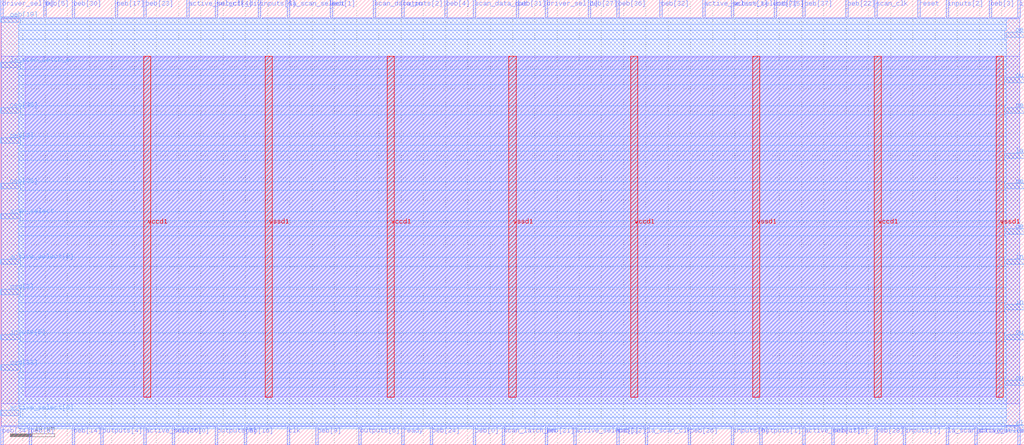
<source format=lef>
VERSION 5.7 ;
  NOWIREEXTENSIONATPIN ON ;
  DIVIDERCHAR "/" ;
  BUSBITCHARS "[]" ;
MACRO scan_controller
  CLASS BLOCK ;
  FOREIGN scan_controller ;
  ORIGIN 0.000 0.000 ;
  SIZE 230.000 BY 100.000 ;
  PIN active_select[0]
    DIRECTION INPUT ;
    USE SIGNAL ;
    PORT
      LAYER met2 ;
        RECT 32.150 0.000 32.710 4.000 ;
    END
  END active_select[0]
  PIN active_select[1]
    DIRECTION INPUT ;
    USE SIGNAL ;
    PORT
      LAYER met2 ;
        RECT 157.730 96.000 158.290 100.000 ;
    END
  END active_select[1]
  PIN active_select[2]
    DIRECTION INPUT ;
    USE SIGNAL ;
    PORT
      LAYER met2 ;
        RECT 218.910 0.000 219.470 4.000 ;
    END
  END active_select[2]
  PIN active_select[3]
    DIRECTION INPUT ;
    USE SIGNAL ;
    PORT
      LAYER met2 ;
        RECT 128.750 0.000 129.310 4.000 ;
    END
  END active_select[3]
  PIN active_select[4]
    DIRECTION INPUT ;
    USE SIGNAL ;
    PORT
      LAYER met2 ;
        RECT 41.810 96.000 42.370 100.000 ;
    END
  END active_select[4]
  PIN active_select[5]
    DIRECTION INPUT ;
    USE SIGNAL ;
    PORT
      LAYER met2 ;
        RECT 180.270 0.000 180.830 4.000 ;
    END
  END active_select[5]
  PIN active_select[6]
    DIRECTION INPUT ;
    USE SIGNAL ;
    PORT
      LAYER met3 ;
        RECT 0.000 6.540 4.000 7.740 ;
    END
  END active_select[6]
  PIN active_select[7]
    DIRECTION INPUT ;
    USE SIGNAL ;
    PORT
      LAYER met2 ;
        RECT 164.170 96.000 164.730 100.000 ;
    END
  END active_select[7]
  PIN active_select[8]
    DIRECTION INPUT ;
    USE SIGNAL ;
    PORT
      LAYER met3 ;
        RECT 0.000 40.540 4.000 41.740 ;
    END
  END active_select[8]
  PIN clk
    DIRECTION INPUT ;
    USE SIGNAL ;
    PORT
      LAYER met2 ;
        RECT 64.350 0.000 64.910 4.000 ;
    END
  END clk
  PIN driver_sel[0]
    DIRECTION INPUT ;
    USE SIGNAL ;
    PORT
      LAYER met2 ;
        RECT -0.050 96.000 0.510 100.000 ;
    END
  END driver_sel[0]
  PIN driver_sel[1]
    DIRECTION INPUT ;
    USE SIGNAL ;
    PORT
      LAYER met2 ;
        RECT 122.310 96.000 122.870 100.000 ;
    END
  END driver_sel[1]
  PIN inputs[0]
    DIRECTION INPUT ;
    USE SIGNAL ;
    PORT
      LAYER met2 ;
        RECT 164.170 0.000 164.730 4.000 ;
    END
  END inputs[0]
  PIN inputs[1]
    DIRECTION INPUT ;
    USE SIGNAL ;
    PORT
      LAYER met2 ;
        RECT 202.810 0.000 203.370 4.000 ;
    END
  END inputs[1]
  PIN inputs[2]
    DIRECTION INPUT ;
    USE SIGNAL ;
    PORT
      LAYER met2 ;
        RECT 212.470 96.000 213.030 100.000 ;
    END
  END inputs[2]
  PIN inputs[3]
    DIRECTION INPUT ;
    USE SIGNAL ;
    PORT
      LAYER met2 ;
        RECT 228.570 96.000 229.130 100.000 ;
    END
  END inputs[3]
  PIN inputs[4]
    DIRECTION INPUT ;
    USE SIGNAL ;
    PORT
      LAYER met3 ;
        RECT 226.000 30.340 230.000 31.540 ;
    END
  END inputs[4]
  PIN inputs[5]
    DIRECTION INPUT ;
    USE SIGNAL ;
    PORT
      LAYER met3 ;
        RECT 0.000 23.540 4.000 24.740 ;
    END
  END inputs[5]
  PIN inputs[6]
    DIRECTION INPUT ;
    USE SIGNAL ;
    PORT
      LAYER met2 ;
        RECT 57.910 96.000 58.470 100.000 ;
    END
  END inputs[6]
  PIN inputs[7]
    DIRECTION INPUT ;
    USE SIGNAL ;
    PORT
      LAYER met3 ;
        RECT 226.000 40.540 230.000 41.740 ;
    END
  END inputs[7]
  PIN la_scan_clk
    DIRECTION INPUT ;
    USE SIGNAL ;
    PORT
      LAYER met2 ;
        RECT 144.850 0.000 145.410 4.000 ;
    END
  END la_scan_clk
  PIN la_scan_data_in
    DIRECTION INPUT ;
    USE SIGNAL ;
    PORT
      LAYER met3 ;
        RECT 226.000 64.340 230.000 65.540 ;
    END
  END la_scan_data_in
  PIN la_scan_data_out
    DIRECTION OUTPUT TRISTATE ;
    USE SIGNAL ;
    PORT
      LAYER met2 ;
        RECT 212.470 0.000 213.030 4.000 ;
    END
  END la_scan_data_out
  PIN la_scan_latch_en
    DIRECTION INPUT ;
    USE SIGNAL ;
    PORT
      LAYER met3 ;
        RECT 0.000 84.740 4.000 85.940 ;
    END
  END la_scan_latch_en
  PIN la_scan_select
    DIRECTION INPUT ;
    USE SIGNAL ;
    PORT
      LAYER met2 ;
        RECT 64.350 96.000 64.910 100.000 ;
    END
  END la_scan_select
  PIN oeb[0]
    DIRECTION OUTPUT TRISTATE ;
    USE SIGNAL ;
    PORT
      LAYER met2 ;
        RECT 106.210 0.000 106.770 4.000 ;
    END
  END oeb[0]
  PIN oeb[10]
    DIRECTION OUTPUT TRISTATE ;
    USE SIGNAL ;
    PORT
      LAYER met3 ;
        RECT 226.000 57.540 230.000 58.740 ;
    END
  END oeb[10]
  PIN oeb[11]
    DIRECTION OUTPUT TRISTATE ;
    USE SIGNAL ;
    PORT
      LAYER met3 ;
        RECT 226.000 74.540 230.000 75.740 ;
    END
  END oeb[11]
  PIN oeb[12]
    DIRECTION OUTPUT TRISTATE ;
    USE SIGNAL ;
    PORT
      LAYER met2 ;
        RECT 138.410 0.000 138.970 4.000 ;
    END
  END oeb[12]
  PIN oeb[13]
    DIRECTION OUTPUT TRISTATE ;
    USE SIGNAL ;
    PORT
      LAYER met2 ;
        RECT 186.710 0.000 187.270 4.000 ;
    END
  END oeb[13]
  PIN oeb[14]
    DIRECTION OUTPUT TRISTATE ;
    USE SIGNAL ;
    PORT
      LAYER met2 ;
        RECT 16.050 0.000 16.610 4.000 ;
    END
  END oeb[14]
  PIN oeb[15]
    DIRECTION OUTPUT TRISTATE ;
    USE SIGNAL ;
    PORT
      LAYER met2 ;
        RECT 173.830 96.000 174.390 100.000 ;
    END
  END oeb[15]
  PIN oeb[16]
    DIRECTION OUTPUT TRISTATE ;
    USE SIGNAL ;
    PORT
      LAYER met2 ;
        RECT 54.690 0.000 55.250 4.000 ;
    END
  END oeb[16]
  PIN oeb[17]
    DIRECTION OUTPUT TRISTATE ;
    USE SIGNAL ;
    PORT
      LAYER met2 ;
        RECT 25.710 96.000 26.270 100.000 ;
    END
  END oeb[17]
  PIN oeb[18]
    DIRECTION OUTPUT TRISTATE ;
    USE SIGNAL ;
    PORT
      LAYER met3 ;
        RECT 226.000 47.340 230.000 48.540 ;
    END
  END oeb[18]
  PIN oeb[19]
    DIRECTION OUTPUT TRISTATE ;
    USE SIGNAL ;
    PORT
      LAYER met3 ;
        RECT 0.000 94.940 4.000 96.140 ;
    END
  END oeb[19]
  PIN oeb[1]
    DIRECTION OUTPUT TRISTATE ;
    USE SIGNAL ;
    PORT
      LAYER met2 ;
        RECT 74.010 96.000 74.570 100.000 ;
    END
  END oeb[1]
  PIN oeb[20]
    DIRECTION OUTPUT TRISTATE ;
    USE SIGNAL ;
    PORT
      LAYER met2 ;
        RECT 38.590 0.000 39.150 4.000 ;
    END
  END oeb[20]
  PIN oeb[21]
    DIRECTION OUTPUT TRISTATE ;
    USE SIGNAL ;
    PORT
      LAYER met2 ;
        RECT 122.310 0.000 122.870 4.000 ;
    END
  END oeb[21]
  PIN oeb[22]
    DIRECTION OUTPUT TRISTATE ;
    USE SIGNAL ;
    PORT
      LAYER met2 ;
        RECT 189.930 96.000 190.490 100.000 ;
    END
  END oeb[22]
  PIN oeb[23]
    DIRECTION OUTPUT TRISTATE ;
    USE SIGNAL ;
    PORT
      LAYER met2 ;
        RECT 32.150 96.000 32.710 100.000 ;
    END
  END oeb[23]
  PIN oeb[24]
    DIRECTION OUTPUT TRISTATE ;
    USE SIGNAL ;
    PORT
      LAYER met2 ;
        RECT 96.550 0.000 97.110 4.000 ;
    END
  END oeb[24]
  PIN oeb[25]
    DIRECTION OUTPUT TRISTATE ;
    USE SIGNAL ;
    PORT
      LAYER met3 ;
        RECT 0.000 57.540 4.000 58.740 ;
    END
  END oeb[25]
  PIN oeb[26]
    DIRECTION OUTPUT TRISTATE ;
    USE SIGNAL ;
    PORT
      LAYER met2 ;
        RECT 154.510 0.000 155.070 4.000 ;
    END
  END oeb[26]
  PIN oeb[27]
    DIRECTION OUTPUT TRISTATE ;
    USE SIGNAL ;
    PORT
      LAYER met2 ;
        RECT 131.970 96.000 132.530 100.000 ;
    END
  END oeb[27]
  PIN oeb[28]
    DIRECTION OUTPUT TRISTATE ;
    USE SIGNAL ;
    PORT
      LAYER met2 ;
        RECT 196.370 0.000 196.930 4.000 ;
    END
  END oeb[28]
  PIN oeb[29]
    DIRECTION OUTPUT TRISTATE ;
    USE SIGNAL ;
    PORT
      LAYER met2 ;
        RECT 228.570 0.000 229.130 4.000 ;
    END
  END oeb[29]
  PIN oeb[2]
    DIRECTION OUTPUT TRISTATE ;
    USE SIGNAL ;
    PORT
      LAYER met3 ;
        RECT 0.000 33.740 4.000 34.940 ;
    END
  END oeb[2]
  PIN oeb[30]
    DIRECTION OUTPUT TRISTATE ;
    USE SIGNAL ;
    PORT
      LAYER met2 ;
        RECT 16.050 96.000 16.610 100.000 ;
    END
  END oeb[30]
  PIN oeb[31]
    DIRECTION OUTPUT TRISTATE ;
    USE SIGNAL ;
    PORT
      LAYER met2 ;
        RECT 115.870 96.000 116.430 100.000 ;
    END
  END oeb[31]
  PIN oeb[32]
    DIRECTION OUTPUT TRISTATE ;
    USE SIGNAL ;
    PORT
      LAYER met2 ;
        RECT 148.070 96.000 148.630 100.000 ;
    END
  END oeb[32]
  PIN oeb[33]
    DIRECTION OUTPUT TRISTATE ;
    USE SIGNAL ;
    PORT
      LAYER met3 ;
        RECT 0.000 16.740 4.000 17.940 ;
    END
  END oeb[33]
  PIN oeb[34]
    DIRECTION OUTPUT TRISTATE ;
    USE SIGNAL ;
    PORT
      LAYER met2 ;
        RECT -0.050 0.000 0.510 4.000 ;
    END
  END oeb[34]
  PIN oeb[35]
    DIRECTION OUTPUT TRISTATE ;
    USE SIGNAL ;
    PORT
      LAYER met3 ;
        RECT 0.000 74.540 4.000 75.740 ;
    END
  END oeb[35]
  PIN oeb[36]
    DIRECTION OUTPUT TRISTATE ;
    USE SIGNAL ;
    PORT
      LAYER met2 ;
        RECT 138.410 96.000 138.970 100.000 ;
    END
  END oeb[36]
  PIN oeb[37]
    DIRECTION OUTPUT TRISTATE ;
    USE SIGNAL ;
    PORT
      LAYER met2 ;
        RECT 180.270 96.000 180.830 100.000 ;
    END
  END oeb[37]
  PIN oeb[3]
    DIRECTION OUTPUT TRISTATE ;
    USE SIGNAL ;
    PORT
      LAYER met2 ;
        RECT 222.130 96.000 222.690 100.000 ;
    END
  END oeb[3]
  PIN oeb[4]
    DIRECTION OUTPUT TRISTATE ;
    USE SIGNAL ;
    PORT
      LAYER met2 ;
        RECT 99.770 96.000 100.330 100.000 ;
    END
  END oeb[4]
  PIN oeb[5]
    DIRECTION OUTPUT TRISTATE ;
    USE SIGNAL ;
    PORT
      LAYER met2 ;
        RECT 9.610 96.000 10.170 100.000 ;
    END
  END oeb[5]
  PIN oeb[6]
    DIRECTION OUTPUT TRISTATE ;
    USE SIGNAL ;
    PORT
      LAYER met2 ;
        RECT 6.390 0.000 6.950 4.000 ;
    END
  END oeb[6]
  PIN oeb[7]
    DIRECTION OUTPUT TRISTATE ;
    USE SIGNAL ;
    PORT
      LAYER met3 ;
        RECT 226.000 91.540 230.000 92.740 ;
    END
  END oeb[7]
  PIN oeb[8]
    DIRECTION OUTPUT TRISTATE ;
    USE SIGNAL ;
    PORT
      LAYER met3 ;
        RECT 0.000 67.740 4.000 68.940 ;
    END
  END oeb[8]
  PIN oeb[9]
    DIRECTION OUTPUT TRISTATE ;
    USE SIGNAL ;
    PORT
      LAYER met2 ;
        RECT 70.790 0.000 71.350 4.000 ;
    END
  END oeb[9]
  PIN outputs[0]
    DIRECTION OUTPUT TRISTATE ;
    USE SIGNAL ;
    PORT
      LAYER met3 ;
        RECT 226.000 81.340 230.000 82.540 ;
    END
  END outputs[0]
  PIN outputs[1]
    DIRECTION OUTPUT TRISTATE ;
    USE SIGNAL ;
    PORT
      LAYER met2 ;
        RECT 170.610 0.000 171.170 4.000 ;
    END
  END outputs[1]
  PIN outputs[2]
    DIRECTION OUTPUT TRISTATE ;
    USE SIGNAL ;
    PORT
      LAYER met2 ;
        RECT 90.110 96.000 90.670 100.000 ;
    END
  END outputs[2]
  PIN outputs[3]
    DIRECTION OUTPUT TRISTATE ;
    USE SIGNAL ;
    PORT
      LAYER met3 ;
        RECT 226.000 13.340 230.000 14.540 ;
    END
  END outputs[3]
  PIN outputs[4]
    DIRECTION OUTPUT TRISTATE ;
    USE SIGNAL ;
    PORT
      LAYER met2 ;
        RECT 22.490 0.000 23.050 4.000 ;
    END
  END outputs[4]
  PIN outputs[5]
    DIRECTION OUTPUT TRISTATE ;
    USE SIGNAL ;
    PORT
      LAYER met2 ;
        RECT 48.250 0.000 48.810 4.000 ;
    END
  END outputs[5]
  PIN outputs[6]
    DIRECTION OUTPUT TRISTATE ;
    USE SIGNAL ;
    PORT
      LAYER met2 ;
        RECT 80.450 0.000 81.010 4.000 ;
    END
  END outputs[6]
  PIN outputs[7]
    DIRECTION OUTPUT TRISTATE ;
    USE SIGNAL ;
    PORT
      LAYER met3 ;
        RECT 226.000 23.540 230.000 24.740 ;
    END
  END outputs[7]
  PIN ready
    DIRECTION OUTPUT TRISTATE ;
    USE SIGNAL ;
    PORT
      LAYER met2 ;
        RECT 90.110 0.000 90.670 4.000 ;
    END
  END ready
  PIN reset
    DIRECTION INPUT ;
    USE SIGNAL ;
    PORT
      LAYER met2 ;
        RECT 206.030 96.000 206.590 100.000 ;
    END
  END reset
  PIN scan_clk
    DIRECTION OUTPUT TRISTATE ;
    USE SIGNAL ;
    PORT
      LAYER met2 ;
        RECT 196.370 96.000 196.930 100.000 ;
    END
  END scan_clk
  PIN scan_data_in
    DIRECTION INPUT ;
    USE SIGNAL ;
    PORT
      LAYER met2 ;
        RECT 83.670 96.000 84.230 100.000 ;
    END
  END scan_data_in
  PIN scan_data_out
    DIRECTION OUTPUT TRISTATE ;
    USE SIGNAL ;
    PORT
      LAYER met2 ;
        RECT 106.210 96.000 106.770 100.000 ;
    END
  END scan_data_out
  PIN scan_latch_en
    DIRECTION OUTPUT TRISTATE ;
    USE SIGNAL ;
    PORT
      LAYER met2 ;
        RECT 112.650 0.000 113.210 4.000 ;
    END
  END scan_latch_en
  PIN scan_select
    DIRECTION OUTPUT TRISTATE ;
    USE SIGNAL ;
    PORT
      LAYER met3 ;
        RECT 0.000 50.740 4.000 51.940 ;
    END
  END scan_select
  PIN set_clk_div
    DIRECTION INPUT ;
    USE SIGNAL ;
    PORT
      LAYER met2 ;
        RECT 48.250 96.000 48.810 100.000 ;
    END
  END set_clk_div
  PIN slow_clk
    DIRECTION OUTPUT TRISTATE ;
    USE SIGNAL ;
    PORT
      LAYER met3 ;
        RECT 226.000 3.140 230.000 4.340 ;
    END
  END slow_clk
  PIN vccd1
    DIRECTION INOUT ;
    USE POWER ;
    PORT
      LAYER met4 ;
        RECT 32.090 10.640 33.690 87.280 ;
    END
    PORT
      LAYER met4 ;
        RECT 86.830 10.640 88.430 87.280 ;
    END
    PORT
      LAYER met4 ;
        RECT 141.570 10.640 143.170 87.280 ;
    END
    PORT
      LAYER met4 ;
        RECT 196.310 10.640 197.910 87.280 ;
    END
  END vccd1
  PIN vssd1
    DIRECTION INOUT ;
    USE GROUND ;
    PORT
      LAYER met4 ;
        RECT 59.460 10.640 61.060 87.280 ;
    END
    PORT
      LAYER met4 ;
        RECT 114.200 10.640 115.800 87.280 ;
    END
    PORT
      LAYER met4 ;
        RECT 168.940 10.640 170.540 87.280 ;
    END
    PORT
      LAYER met4 ;
        RECT 223.680 10.640 225.280 87.280 ;
    END
  END vssd1
  OBS
      LAYER li1 ;
        RECT 5.520 10.795 224.480 87.125 ;
      LAYER met1 ;
        RECT 0.070 9.220 229.010 87.280 ;
      LAYER met2 ;
        RECT 0.790 95.720 9.330 96.000 ;
        RECT 10.450 95.720 15.770 96.000 ;
        RECT 16.890 95.720 25.430 96.000 ;
        RECT 26.550 95.720 31.870 96.000 ;
        RECT 32.990 95.720 41.530 96.000 ;
        RECT 42.650 95.720 47.970 96.000 ;
        RECT 49.090 95.720 57.630 96.000 ;
        RECT 58.750 95.720 64.070 96.000 ;
        RECT 65.190 95.720 73.730 96.000 ;
        RECT 74.850 95.720 83.390 96.000 ;
        RECT 84.510 95.720 89.830 96.000 ;
        RECT 90.950 95.720 99.490 96.000 ;
        RECT 100.610 95.720 105.930 96.000 ;
        RECT 107.050 95.720 115.590 96.000 ;
        RECT 116.710 95.720 122.030 96.000 ;
        RECT 123.150 95.720 131.690 96.000 ;
        RECT 132.810 95.720 138.130 96.000 ;
        RECT 139.250 95.720 147.790 96.000 ;
        RECT 148.910 95.720 157.450 96.000 ;
        RECT 158.570 95.720 163.890 96.000 ;
        RECT 165.010 95.720 173.550 96.000 ;
        RECT 174.670 95.720 179.990 96.000 ;
        RECT 181.110 95.720 189.650 96.000 ;
        RECT 190.770 95.720 196.090 96.000 ;
        RECT 197.210 95.720 205.750 96.000 ;
        RECT 206.870 95.720 212.190 96.000 ;
        RECT 213.310 95.720 221.850 96.000 ;
        RECT 222.970 95.720 228.290 96.000 ;
        RECT 0.100 4.280 228.980 95.720 ;
        RECT 0.790 4.000 6.110 4.280 ;
        RECT 7.230 4.000 15.770 4.280 ;
        RECT 16.890 4.000 22.210 4.280 ;
        RECT 23.330 4.000 31.870 4.280 ;
        RECT 32.990 4.000 38.310 4.280 ;
        RECT 39.430 4.000 47.970 4.280 ;
        RECT 49.090 4.000 54.410 4.280 ;
        RECT 55.530 4.000 64.070 4.280 ;
        RECT 65.190 4.000 70.510 4.280 ;
        RECT 71.630 4.000 80.170 4.280 ;
        RECT 81.290 4.000 89.830 4.280 ;
        RECT 90.950 4.000 96.270 4.280 ;
        RECT 97.390 4.000 105.930 4.280 ;
        RECT 107.050 4.000 112.370 4.280 ;
        RECT 113.490 4.000 122.030 4.280 ;
        RECT 123.150 4.000 128.470 4.280 ;
        RECT 129.590 4.000 138.130 4.280 ;
        RECT 139.250 4.000 144.570 4.280 ;
        RECT 145.690 4.000 154.230 4.280 ;
        RECT 155.350 4.000 163.890 4.280 ;
        RECT 165.010 4.000 170.330 4.280 ;
        RECT 171.450 4.000 179.990 4.280 ;
        RECT 181.110 4.000 186.430 4.280 ;
        RECT 187.550 4.000 196.090 4.280 ;
        RECT 197.210 4.000 202.530 4.280 ;
        RECT 203.650 4.000 212.190 4.280 ;
        RECT 213.310 4.000 218.630 4.280 ;
        RECT 219.750 4.000 228.290 4.280 ;
      LAYER met3 ;
        RECT 4.400 94.540 226.010 95.705 ;
        RECT 4.000 93.140 226.010 94.540 ;
        RECT 4.000 91.140 225.600 93.140 ;
        RECT 4.000 86.340 226.010 91.140 ;
        RECT 4.400 84.340 226.010 86.340 ;
        RECT 4.000 82.940 226.010 84.340 ;
        RECT 4.000 80.940 225.600 82.940 ;
        RECT 4.000 76.140 226.010 80.940 ;
        RECT 4.400 74.140 225.600 76.140 ;
        RECT 4.000 69.340 226.010 74.140 ;
        RECT 4.400 67.340 226.010 69.340 ;
        RECT 4.000 65.940 226.010 67.340 ;
        RECT 4.000 63.940 225.600 65.940 ;
        RECT 4.000 59.140 226.010 63.940 ;
        RECT 4.400 57.140 225.600 59.140 ;
        RECT 4.000 52.340 226.010 57.140 ;
        RECT 4.400 50.340 226.010 52.340 ;
        RECT 4.000 48.940 226.010 50.340 ;
        RECT 4.000 46.940 225.600 48.940 ;
        RECT 4.000 42.140 226.010 46.940 ;
        RECT 4.400 40.140 225.600 42.140 ;
        RECT 4.000 35.340 226.010 40.140 ;
        RECT 4.400 33.340 226.010 35.340 ;
        RECT 4.000 31.940 226.010 33.340 ;
        RECT 4.000 29.940 225.600 31.940 ;
        RECT 4.000 25.140 226.010 29.940 ;
        RECT 4.400 23.140 225.600 25.140 ;
        RECT 4.000 18.340 226.010 23.140 ;
        RECT 4.400 16.340 226.010 18.340 ;
        RECT 4.000 14.940 226.010 16.340 ;
        RECT 4.000 12.940 225.600 14.940 ;
        RECT 4.000 8.140 226.010 12.940 ;
        RECT 4.400 6.140 226.010 8.140 ;
        RECT 4.000 4.740 226.010 6.140 ;
        RECT 4.000 3.590 225.600 4.740 ;
  END
END scan_controller
END LIBRARY


</source>
